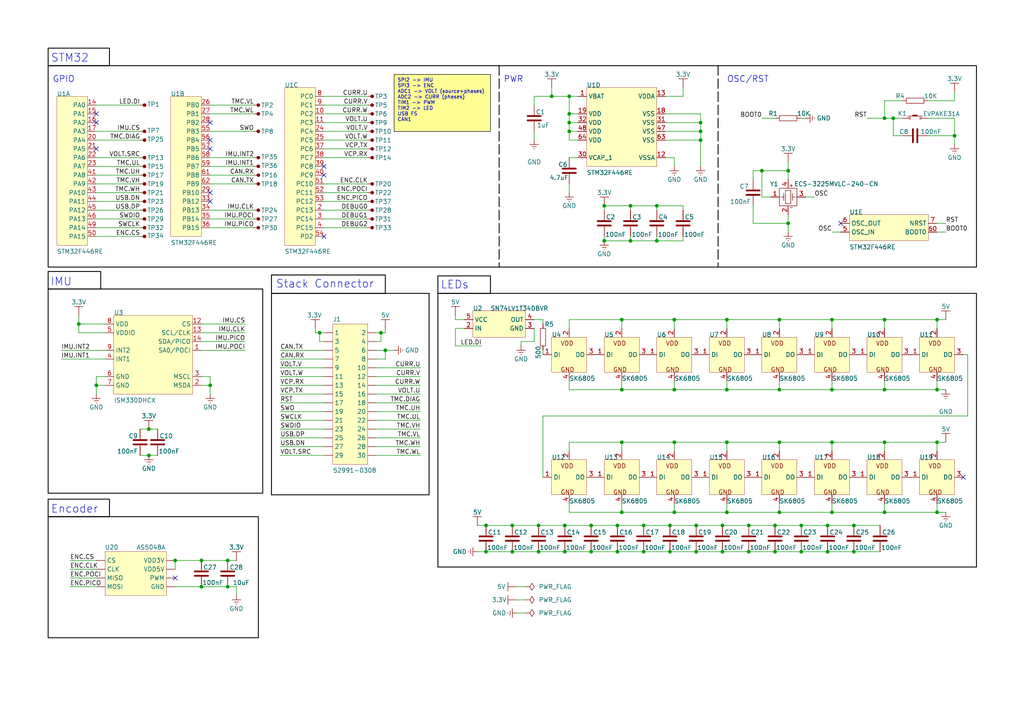
<source format=kicad_sch>
(kicad_sch (version 20250114) (generator "eeschema") (generator_version "9.0")
  (paper "A4")
  (title_block (title "BLDCM MCU") (date "2025-07-19") (rev "v1.0") (company "Breno Cunha Queiroz"))
  (rectangle (start 142.24 80.01) (end 127 85.09) (stroke (width 0.254) (color 0 0 0 1)))
  (rectangle (start 78.74 85.09) (end 124.46 143.51) (stroke (width 0.254) (color 0 0 0 1)))
  (rectangle (start 13.97 19.05) (end 283.21 77.47) (stroke (width 0.254) (color 0 0 0 1)))
  (rectangle (start 13.97 149.86) (end 74.93 184.9628) (stroke (width 0.254) (color 0 0 0 1)))
  (rectangle (start 127 85.09) (end 283.21 164.465) (stroke (width 0.254) (color 0 0 0 1)))
  (rectangle (start 13.97 78.74) (end 29.21 83.82) (stroke (width 0.254) (color 0 0 0 1)))
  (rectangle (start 78.74 79.756) (end 111.76 85.09) (stroke (width 0.254) (color 0 0 0 1)))
  (rectangle (start 31.75 13.97) (end 13.97 19.05) (stroke (width 0.254) (color 0 0 0 1)))
  (rectangle (start 31.75 144.78) (end 13.97 149.86) (stroke (width 0.254) (color 0 0 0 1)))
  (rectangle (start 13.97 83.82) (end 76.2 143.0528) (stroke (width 0.254) (color 0 0 0 1)))
  (text "STM32" (at 14.732 18.288 0) (effects (font (size 2.286 2.286)) (justify left bottom)))
  (text "IMU" (at 14.605 83.185 0) (effects (font (size 2.286 2.286)) (justify left bottom)))
  (text "LEDs" (at 127.762 84.074 0) (effects (font (size 2.286 2.286)) (justify left bottom)))
  (text "Stack Connector" (at 80.01 83.82 0) (effects (font (size 2.286 2.286)) (justify left bottom)))
  (text "Encoder" (at 14.732 149.098 0) (effects (font (size 2.286 2.286)) (justify left bottom)))
  (text "OSC/RST" (at 210.82 24.13 0) (effects (font (size 1.778 1.778)) (justify left bottom)))
  (text "GPIO" (at 15.24 24.13 0) (effects (font (size 1.778 1.778)) (justify left bottom)))
  (text "PWR" (at 146.05 24.13 0) (effects (font (size 1.778 1.778)) (justify left bottom)))
  (text_box "SPI2 -> IMU\nSPI3 -> ENC\nADC1 -> VOLT (source+phases)\nADC2 -> CURR (phases)\nTIM1 -> PWM\nTIM2 -> LED\nUSB FS\nCAN1" (at 114.3 21.59 0) (size 27.94 16.51) (margins 0.9525 0.9525 0.9525 0.9525) (stroke (width 0) (color 0 0 0 1)) (fill (type color) (color 255 255 150 1)) (effects (font (size 1.016 1.016)) (justify left top)))
  (junction (at 92.71 96.52))
  (junction (at 232.41 152.4))
  (junction (at 232.41 160.02))
  (junction (at 27.94 111.76))
  (junction (at 210.82 92.71))
  (junction (at 226.06 148.59))
  (junction (at 228.6 49.53))
  (junction (at 247.65 160.02))
  (junction (at 111.76 101.6))
  (junction (at 201.93 152.4))
  (junction (at 195.58 128.27))
  (junction (at 175.26 69.85))
  (junction (at 58.42 170.18))
  (junction (at 203.2 40.64))
  (junction (at 182.88 59.69))
  (junction (at 226.06 113.03))
  (junction (at 190.5 69.85))
  (junction (at 58.42 162.56))
  (junction (at 226.06 92.71))
  (junction (at 220.98 49.53))
  (junction (at 201.93 160.02))
  (junction (at 165.1 27.94))
  (junction (at 180.34 128.27))
  (junction (at 210.82 148.59))
  (junction (at 259.08 34.29))
  (junction (at 194.31 152.4))
  (junction (at 180.34 92.71))
  (junction (at 66.04 170.18))
  (junction (at 60.96 111.76))
  (junction (at 140.97 160.02))
  (junction (at 217.17 152.4))
  (junction (at 209.55 152.4))
  (junction (at 165.1 35.56))
  (junction (at 195.58 113.03))
  (junction (at 180.34 148.59))
  (junction (at 180.34 113.03))
  (junction (at 171.45 160.02))
  (junction (at 148.59 152.4))
  (junction (at 203.2 35.56))
  (junction (at 256.54 113.03))
  (junction (at 163.83 160.02))
  (junction (at 271.78 128.27))
  (junction (at 175.26 59.69))
  (junction (at 271.78 148.59))
  (junction (at 256.54 128.27))
  (junction (at 156.21 152.4))
  (junction (at 195.58 148.59))
  (junction (at 165.1 38.1))
  (junction (at 228.6 64.77))
  (junction (at 179.07 160.02))
  (junction (at 209.55 160.02))
  (junction (at 276.86 39.37))
  (junction (at 210.82 128.27))
  (junction (at 148.59 160.02))
  (junction (at 247.65 152.4))
  (junction (at 240.03 160.02))
  (junction (at 210.82 113.03))
  (junction (at 217.17 160.02))
  (junction (at 256.54 92.71))
  (junction (at 241.3 92.71))
  (junction (at 140.97 152.4))
  (junction (at 271.78 92.71))
  (junction (at 226.06 128.27))
  (junction (at 110.49 96.52))
  (junction (at 271.78 113.03))
  (junction (at 186.69 160.02))
  (junction (at 203.2 38.1))
  (junction (at 165.1 33.02))
  (junction (at 160.02 27.94))
  (junction (at 156.21 160.02))
  (junction (at 163.83 152.4))
  (junction (at 186.69 152.4))
  (junction (at 195.58 92.71))
  (junction (at 224.79 152.4))
  (junction (at 43.18 132.08))
  (junction (at 22.86 93.98))
  (junction (at 240.03 152.4))
  (junction (at 241.3 113.03))
  (junction (at 50.8 162.56))
  (junction (at 66.04 162.56))
  (junction (at 194.31 160.02))
  (junction (at 190.5 59.69))
  (junction (at 171.45 152.4))
  (junction (at 224.79 160.02))
  (junction (at 256.54 148.59))
  (junction (at 179.07 152.4))
  (junction (at 241.3 128.27))
  (junction (at 43.18 124.46))
  (junction (at 182.88 69.85))
  (junction (at 241.3 148.59))
  (junction (at 256.54 34.29))
  (no_connect (at 93.98 50.8))
  (no_connect (at 279.4 138.43))
  (no_connect (at 60.96 40.64))
  (no_connect (at 60.96 55.88))
  (no_connect (at 243.84 64.77))
  (no_connect (at 93.98 48.26))
  (no_connect (at 27.94 43.18))
  (no_connect (at 60.96 58.42))
  (no_connect (at 60.96 35.56))
  (no_connect (at 27.94 35.56))
  (no_connect (at 93.98 68.58))
  (no_connect (at 27.94 33.02))
  (no_connect (at 50.8 167.64))
  (no_connect (at 60.96 43.18))
  (wire (pts (xy 163.83 152.4) (xy 171.45 152.4)))
  (wire (pts (xy 93.98 121.92) (xy 81.28 121.92)))
  (wire (pts (xy 195.58 128.27) (xy 195.58 130.81)))
  (wire (pts (xy 171.45 152.4) (xy 179.07 152.4)))
  (wire (pts (xy 198.12 27.94) (xy 198.12 25.4)))
  (wire (pts (xy 111.76 101.6) (xy 114.3 101.6)))
  (wire (pts (xy 73.66 33.02) (xy 60.96 33.02)))
  (wire (pts (xy 171.45 160.02) (xy 179.07 160.02)))
  (wire (pts (xy 81.28 119.38) (xy 93.98 119.38)))
  (wire (pts (xy 157.48 138.43) (xy 157.48 120.65)))
  (wire (pts (xy 165.1 113.03) (xy 180.34 113.03)))
  (wire (pts (xy 209.55 160.02) (xy 217.17 160.02)))
  (wire (pts (xy 93.98 111.76) (xy 81.28 111.76)))
  (wire (pts (xy 259.08 34.29) (xy 261.62 34.29)))
  (wire (pts (xy 259.08 34.29) (xy 259.08 39.37)))
  (wire (pts (xy 50.8 162.56) (xy 58.42 162.56)))
  (wire (pts (xy 91.44 96.52) (xy 91.44 95.25)))
  (wire (pts (xy 226.06 128.27) (xy 226.06 130.81)))
  (wire (pts (xy 271.78 67.31) (xy 274.32 67.31)))
  (wire (pts (xy 165.1 92.71) (xy 180.34 92.71)))
  (wire (pts (xy 241.3 148.59) (xy 241.3 146.05)))
  (wire (pts (xy 165.1 130.81) (xy 165.1 128.27)))
  (wire (pts (xy 276.86 26.67) (xy 276.86 29.21)))
  (wire (pts (xy 40.64 124.46) (xy 43.18 124.46)))
  (wire (pts (xy 111.76 101.6) (xy 109.22 101.6)))
  (wire (pts (xy 60.96 45.72) (xy 73.66 45.72)))
  (wire (pts (xy 182.88 59.69) (xy 175.26 59.69)))
  (wire (pts (xy 210.82 92.71) (xy 226.06 92.71)))
  (wire (pts (xy 193.04 45.72) (xy 195.58 45.72)))
  (wire (pts (xy 256.54 92.71) (xy 256.54 95.25)))
  (wire (pts (xy 66.04 162.56) (xy 68.58 162.56)))
  (wire (pts (xy 58.42 99.06) (xy 71.12 99.06)))
  (wire (pts (xy 156.21 160.02) (xy 163.83 160.02)))
  (wire (pts (xy 256.54 128.27) (xy 271.78 128.27)))
  (wire (pts (xy 165.1 38.1) (xy 165.1 35.56)))
  (wire (pts (xy 60.96 30.48) (xy 73.66 30.48)))
  (wire (pts (xy 27.94 60.96) (xy 40.64 60.96)))
  (wire (pts (xy 280.67 102.87) (xy 279.4 102.87)))
  (wire (pts (xy 210.82 148.59) (xy 210.82 146.05)))
  (wire (pts (xy 195.58 45.72) (xy 195.58 48.26)))
  (wire (pts (xy 193.04 33.02) (xy 203.2 33.02)))
  (wire (pts (xy 92.71 96.52) (xy 92.71 99.06)))
  (wire (pts (xy 40.64 55.88) (xy 27.94 55.88)))
  (wire (pts (xy 209.55 152.4) (xy 217.17 152.4)))
  (wire (pts (xy 22.86 96.52) (xy 30.48 96.52)))
  (wire (pts (xy 210.82 113.03) (xy 226.06 113.03)))
  (wire (pts (xy 251.46 34.29) (xy 256.54 34.29)))
  (wire (pts (xy 60.96 63.5) (xy 73.66 63.5)))
  (wire (pts (xy 182.88 59.69) (xy 190.5 59.69)))
  (wire (pts (xy 167.64 38.1) (xy 165.1 38.1)))
  (wire (pts (xy 195.58 113.03) (xy 195.58 110.49)))
  (wire (pts (xy 226.06 148.59) (xy 226.06 146.05)))
  (wire (pts (xy 93.98 132.08) (xy 81.28 132.08)))
  (wire (pts (xy 157.48 120.65) (xy 280.67 120.65)))
  (wire (pts (xy 93.98 60.96) (xy 106.68 60.96)))
  (wire (pts (xy 60.96 38.1) (xy 73.66 38.1)))
  (wire (pts (xy 195.58 148.59) (xy 210.82 148.59)))
  (wire (pts (xy 165.1 40.64) (xy 165.1 38.1)))
  (wire (pts (xy 175.26 59.69) (xy 175.26 60.96)))
  (wire (pts (xy 134.62 92.71) (xy 132.08 92.71)))
  (wire (pts (xy 182.88 69.85) (xy 190.5 69.85)))
  (wire (pts (xy 203.2 33.02) (xy 203.2 35.56)))
  (wire (pts (xy 180.34 113.03) (xy 195.58 113.03)))
  (wire (pts (xy 280.67 120.65) (xy 280.67 102.87)))
  (wire (pts (xy 27.94 111.76) (xy 30.48 111.76)))
  (wire (pts (xy 27.94 63.5) (xy 40.64 63.5)))
  (wire (pts (xy 186.69 160.02) (xy 194.31 160.02)))
  (wire (pts (xy 58.42 170.18) (xy 66.04 170.18)))
  (wire (pts (xy 93.98 127) (xy 81.28 127)))
  (wire (pts (xy 154.94 92.71) (xy 157.48 92.71)))
  (wire (pts (xy 148.59 160.02) (xy 156.21 160.02)))
  (wire (pts (xy 138.43 152.4) (xy 140.97 152.4)))
  (wire (pts (xy 60.96 111.76) (xy 60.96 109.22)))
  (wire (pts (xy 256.54 148.59) (xy 256.54 146.05)))
  (wire (pts (xy 30.48 93.98) (xy 22.86 93.98)))
  (wire (pts (xy 220.98 57.15) (xy 223.52 57.15)))
  (wire (pts (xy 180.34 148.59) (xy 180.34 146.05)))
  (wire (pts (xy 121.92 121.92) (xy 109.22 121.92)))
  (wire (pts (xy 40.64 132.08) (xy 43.18 132.08)))
  (wire (pts (xy 165.1 110.49) (xy 165.1 113.03)))
  (wire (pts (xy 81.28 114.3) (xy 93.98 114.3)))
  (wire (pts (xy 198.12 69.85) (xy 190.5 69.85)))
  (wire (pts (xy 160.02 27.94) (xy 154.94 27.94)))
  (wire (pts (xy 240.03 160.02) (xy 247.65 160.02)))
  (wire (pts (xy 93.98 53.34) (xy 106.68 53.34)))
  (wire (pts (xy 109.22 99.06) (xy 110.49 99.06)))
  (wire (pts (xy 201.93 160.02) (xy 209.55 160.02)))
  (wire (pts (xy 132.08 95.25) (xy 132.08 100.33)))
  (wire (pts (xy 228.6 46.99) (xy 228.6 49.53)))
  (wire (pts (xy 224.79 160.02) (xy 232.41 160.02)))
  (wire (pts (xy 167.64 45.72) (xy 165.1 45.72)))
  (wire (pts (xy 228.6 64.77) (xy 228.6 67.31)))
  (wire (pts (xy 58.42 162.56) (xy 66.04 162.56)))
  (wire (pts (xy 60.96 53.34) (xy 73.66 53.34)))
  (wire (pts (xy 180.34 92.71) (xy 195.58 92.71)))
  (wire (pts (xy 203.2 35.56) (xy 203.2 38.1)))
  (wire (pts (xy 93.98 38.1) (xy 106.68 38.1)))
  (wire (pts (xy 109.22 106.68) (xy 121.92 106.68)))
  (wire (pts (xy 276.86 39.37) (xy 276.86 41.91)))
  (wire (pts (xy 81.28 101.6) (xy 93.98 101.6)))
  (wire (pts (xy 165.1 33.02) (xy 165.1 27.94)))
  (wire (pts (xy 20.32 165.1) (xy 27.94 165.1)))
  (wire (pts (xy 182.88 68.58) (xy 182.88 69.85)))
  (wire (pts (xy 27.94 40.64) (xy 40.64 40.64)))
  (wire (pts (xy 30.48 101.6) (xy 17.78 101.6)))
  (wire (pts (xy 27.94 50.8) (xy 40.64 50.8)))
  (wire (pts (xy 195.58 92.71) (xy 195.58 95.25)))
  (wire (pts (xy 269.24 34.29) (xy 276.86 34.29)))
  (wire (pts (xy 60.96 111.76) (xy 60.96 114.3)))
  (wire (pts (xy 180.34 128.27) (xy 180.34 130.81)))
  (wire (pts (xy 132.08 100.33) (xy 139.7 100.33)))
  (wire (pts (xy 160.02 25.4) (xy 160.02 27.94)))
  (wire (pts (xy 27.94 111.76) (xy 27.94 114.3)))
  (wire (pts (xy 198.12 68.58) (xy 198.12 69.85)))
  (wire (pts (xy 111.76 104.14) (xy 111.76 101.6)))
  (wire (pts (xy 154.94 99.06) (xy 154.94 95.25)))
  (wire (pts (xy 106.68 33.02) (xy 93.98 33.02)))
  (wire (pts (xy 180.34 128.27) (xy 195.58 128.27)))
  (wire (pts (xy 241.3 148.59) (xy 256.54 148.59)))
  (wire (pts (xy 203.2 40.64) (xy 203.2 48.26)))
  (wire (pts (xy 271.78 148.59) (xy 271.78 146.05)))
  (wire (pts (xy 165.1 55.88) (xy 165.1 53.34)))
  (wire (pts (xy 93.98 30.48) (xy 106.68 30.48)))
  (wire (pts (xy 58.42 93.98) (xy 71.12 93.98)))
  (wire (pts (xy 194.31 152.4) (xy 201.93 152.4)))
  (wire (pts (xy 93.98 55.88) (xy 106.68 55.88)))
  (wire (pts (xy 121.92 132.08) (xy 109.22 132.08)))
  (wire (pts (xy 220.98 34.29) (xy 224.79 34.29)))
  (wire (pts (xy 109.22 124.46) (xy 121.92 124.46)))
  (wire (pts (xy 271.78 128.27) (xy 274.32 128.27)))
  (wire (pts (xy 167.64 35.56) (xy 165.1 35.56)))
  (wire (pts (xy 27.94 68.58) (xy 40.64 68.58)))
  (wire (pts (xy 110.49 96.52) (xy 109.22 96.52)))
  (wire (pts (xy 154.94 27.94) (xy 154.94 30.48)))
  (wire (pts (xy 27.94 45.72) (xy 40.64 45.72)))
  (wire (pts (xy 256.54 148.59) (xy 271.78 148.59)))
  (wire (pts (xy 60.96 109.22) (xy 58.42 109.22)))
  (polyline (pts (xy 208.28 19.05) (xy 208.28 77.47)) (stroke (width 0.254) (type dash) (color 0 0 0 1)))
  (wire (pts (xy 228.6 62.23) (xy 228.6 64.77)))
  (wire (pts (xy 228.6 52.07) (xy 228.6 49.53)))
  (wire (pts (xy 194.31 160.02) (xy 201.93 160.02)))
  (wire (pts (xy 179.07 160.02) (xy 186.69 160.02)))
  (wire (pts (xy 193.04 35.56) (xy 203.2 35.56)))
  (wire (pts (xy 43.18 132.08) (xy 45.72 132.08)))
  (wire (pts (xy 190.5 60.96) (xy 190.5 59.69)))
  (wire (pts (xy 93.98 45.72) (xy 106.68 45.72)))
  (wire (pts (xy 111.76 96.52) (xy 110.49 96.52)))
  (wire (pts (xy 165.1 146.05) (xy 165.1 148.59)))
  (wire (pts (xy 121.92 109.22) (xy 109.22 109.22)))
  (wire (pts (xy 271.78 92.71) (xy 271.78 95.25)))
  (wire (pts (xy 195.58 92.71) (xy 210.82 92.71)))
  (wire (pts (xy 68.58 170.18) (xy 68.58 172.72)))
  (wire (pts (xy 92.71 96.52) (xy 93.98 96.52)))
  (wire (pts (xy 27.94 66.04) (xy 40.64 66.04)))
  (wire (pts (xy 193.04 40.64) (xy 203.2 40.64)))
  (wire (pts (xy 165.1 27.94) (xy 167.64 27.94)))
  (wire (pts (xy 106.68 63.5) (xy 93.98 63.5)))
  (wire (pts (xy 109.22 116.84) (xy 121.92 116.84)))
  (wire (pts (xy 17.78 104.14) (xy 30.48 104.14)))
  (wire (pts (xy 228.6 64.77) (xy 218.44 64.77)))
  (wire (pts (xy 232.41 152.4) (xy 240.03 152.4)))
  (wire (pts (xy 232.41 160.02) (xy 240.03 160.02)))
  (wire (pts (xy 91.44 96.52) (xy 92.71 96.52)))
  (wire (pts (xy 269.24 29.21) (xy 276.86 29.21)))
  (wire (pts (xy 81.28 106.68) (xy 93.98 106.68)))
  (wire (pts (xy 43.18 124.46) (xy 45.72 124.46)))
  (wire (pts (xy 256.54 113.03) (xy 271.78 113.03)))
  (wire (pts (xy 151.13 99.06) (xy 154.94 99.06)))
  (wire (pts (xy 20.32 167.64) (xy 27.94 167.64)))
  (wire (pts (xy 165.1 27.94) (xy 160.02 27.94)))
  (wire (pts (xy 186.69 152.4) (xy 194.31 152.4)))
  (wire (pts (xy 149.86 177.8) (xy 152.4 177.8)))
  (wire (pts (xy 241.3 92.71) (xy 256.54 92.71)))
  (wire (pts (xy 220.98 49.53) (xy 220.98 57.15)))
  (wire (pts (xy 30.48 109.22) (xy 27.94 109.22)))
  (wire (pts (xy 93.98 104.14) (xy 81.28 104.14)))
  (wire (pts (xy 106.68 40.64) (xy 93.98 40.64)))
  (wire (pts (xy 109.22 114.3) (xy 121.92 114.3)))
  (wire (pts (xy 27.94 109.22) (xy 27.94 111.76)))
  (wire (pts (xy 27.94 53.34) (xy 40.64 53.34)))
  (wire (pts (xy 58.42 101.6) (xy 71.12 101.6)))
  (wire (pts (xy 149.86 173.99) (xy 152.4 173.99)))
  (polyline (pts (xy 144.78 19.05) (xy 144.78 77.47)) (stroke (width 0.254) (type dash) (color 0 0 0 1)))
  (wire (pts (xy 226.06 92.71) (xy 241.3 92.71)))
  (wire (pts (xy 175.26 69.85) (xy 175.26 68.58)))
  (wire (pts (xy 134.62 95.25) (xy 132.08 95.25)))
  (wire (pts (xy 241.3 92.71) (xy 241.3 95.25)))
  (wire (pts (xy 226.06 92.71) (xy 226.06 95.25)))
  (wire (pts (xy 106.68 27.94) (xy 93.98 27.94)))
  (wire (pts (xy 165.1 128.27) (xy 180.34 128.27)))
  (wire (pts (xy 247.65 152.4) (xy 255.27 152.4)))
  (wire (pts (xy 93.98 116.84) (xy 81.28 116.84)))
  (wire (pts (xy 165.1 35.56) (xy 165.1 33.02)))
  (wire (pts (xy 217.17 160.02) (xy 224.79 160.02)))
  (wire (pts (xy 154.94 40.64) (xy 154.94 38.1)))
  (wire (pts (xy 210.82 128.27) (xy 210.82 130.81)))
  (wire (pts (xy 58.42 96.52) (xy 71.12 96.52)))
  (wire (pts (xy 179.07 152.4) (xy 186.69 152.4)))
  (wire (pts (xy 218.44 49.53) (xy 218.44 52.07)))
  (wire (pts (xy 217.17 152.4) (xy 224.79 152.4)))
  (wire (pts (xy 148.59 152.4) (xy 156.21 152.4)))
  (wire (pts (xy 110.49 96.52) (xy 110.49 99.06)))
  (wire (pts (xy 233.68 57.15) (xy 236.22 57.15)))
  (wire (pts (xy 226.06 113.03) (xy 241.3 113.03)))
  (wire (pts (xy 269.24 39.37) (xy 276.86 39.37)))
  (wire (pts (xy 226.06 148.59) (xy 241.3 148.59)))
  (wire (pts (xy 241.3 67.31) (xy 243.84 67.31)))
  (wire (pts (xy 241.3 128.27) (xy 241.3 130.81)))
  (wire (pts (xy 20.32 162.56) (xy 27.94 162.56)))
  (wire (pts (xy 271.78 64.77) (xy 274.32 64.77)))
  (wire (pts (xy 218.44 64.77) (xy 218.44 59.69)))
  (wire (pts (xy 157.48 92.71) (xy 157.48 93.98)))
  (wire (pts (xy 271.78 148.59) (xy 274.32 148.59)))
  (wire (pts (xy 241.3 113.03) (xy 241.3 110.49)))
  (wire (pts (xy 271.78 113.03) (xy 271.78 110.49)))
  (wire (pts (xy 106.68 43.18) (xy 93.98 43.18)))
  (wire (pts (xy 195.58 128.27) (xy 210.82 128.27)))
  (wire (pts (xy 27.94 58.42) (xy 40.64 58.42)))
  (wire (pts (xy 228.6 49.53) (xy 220.98 49.53)))
  (wire (pts (xy 259.08 39.37) (xy 261.62 39.37)))
  (wire (pts (xy 106.68 35.56) (xy 93.98 35.56)))
  (wire (pts (xy 193.04 38.1) (xy 203.2 38.1)))
  (wire (pts (xy 92.71 99.06) (xy 93.98 99.06)))
  (wire (pts (xy 20.32 170.18) (xy 27.94 170.18)))
  (wire (pts (xy 73.66 50.8) (xy 60.96 50.8)))
  (wire (pts (xy 109.22 111.76) (xy 121.92 111.76)))
  (wire (pts (xy 50.8 162.56) (xy 50.8 165.1)))
  (wire (pts (xy 156.21 152.4) (xy 163.83 152.4)))
  (wire (pts (xy 190.5 69.85) (xy 190.5 68.58)))
  (wire (pts (xy 203.2 38.1) (xy 203.2 40.64)))
  (wire (pts (xy 167.64 40.64) (xy 165.1 40.64)))
  (wire (pts (xy 140.97 152.4) (xy 148.59 152.4)))
  (wire (pts (xy 261.62 29.21) (xy 256.54 29.21)))
  (wire (pts (xy 165.1 95.25) (xy 165.1 92.71)))
  (wire (pts (xy 210.82 148.59) (xy 226.06 148.59)))
  (wire (pts (xy 224.79 152.4) (xy 232.41 152.4)))
  (wire (pts (xy 240.03 152.4) (xy 247.65 152.4)))
  (wire (pts (xy 195.58 113.03) (xy 210.82 113.03)))
  (wire (pts (xy 256.54 113.03) (xy 256.54 110.49)))
  (wire (pts (xy 157.48 101.6) (xy 157.48 102.87)))
  (wire (pts (xy 81.28 124.46) (xy 93.98 124.46)))
  (wire (pts (xy 180.34 92.71) (xy 180.34 95.25)))
  (wire (pts (xy 226.06 113.03) (xy 226.06 110.49)))
  (wire (pts (xy 121.92 127) (xy 109.22 127)))
  (wire (pts (xy 81.28 129.54) (xy 93.98 129.54)))
  (wire (pts (xy 50.8 170.18) (xy 58.42 170.18)))
  (wire (pts (xy 109.22 104.14) (xy 111.76 104.14)))
  (wire (pts (xy 193.04 27.94) (xy 198.12 27.94)))
  (wire (pts (xy 66.04 170.18) (xy 68.58 170.18)))
  (wire (pts (xy 40.64 48.26) (xy 27.94 48.26)))
  (wire (pts (xy 210.82 113.03) (xy 210.82 110.49)))
  (wire (pts (xy 73.66 48.26) (xy 60.96 48.26)))
  (wire (pts (xy 226.06 128.27) (xy 241.3 128.27)))
  (wire (pts (xy 210.82 128.27) (xy 226.06 128.27)))
  (wire (pts (xy 149.86 170.18) (xy 152.4 170.18)))
  (wire (pts (xy 60.96 60.96) (xy 73.66 60.96)))
  (wire (pts (xy 140.97 160.02) (xy 148.59 160.02)))
  (wire (pts (xy 241.3 113.03) (xy 256.54 113.03)))
  (wire (pts (xy 132.08 92.71) (xy 132.08 91.44)))
  (wire (pts (xy 232.41 34.29) (xy 233.68 34.29)))
  (wire (pts (xy 198.12 60.96) (xy 198.12 59.69)))
  (wire (pts (xy 276.86 34.29) (xy 276.86 39.37)))
  (wire (pts (xy 60.96 66.04) (xy 73.66 66.04)))
  (wire (pts (xy 271.78 113.03) (xy 274.32 113.03)))
  (wire (pts (xy 109.22 129.54) (xy 121.92 129.54)))
  (wire (pts (xy 167.64 33.02) (xy 165.1 33.02)))
  (wire (pts (xy 93.98 66.04) (xy 106.68 66.04)))
  (wire (pts (xy 182.88 60.96) (xy 182.88 59.69)))
  (wire (pts (xy 241.3 128.27) (xy 256.54 128.27)))
  (wire (pts (xy 220.98 49.53) (xy 218.44 49.53)))
  (wire (pts (xy 180.34 113.03) (xy 180.34 110.49)))
  (wire (pts (xy 93.98 58.42) (xy 106.68 58.42)))
  (wire (pts (xy 27.94 30.48) (xy 40.64 30.48)))
  (wire (pts (xy 138.43 160.02) (xy 140.97 160.02)))
  (wire (pts (xy 247.65 160.02) (xy 255.27 160.02)))
  (wire (pts (xy 271.78 92.71) (xy 274.32 92.71)))
  (wire (pts (xy 271.78 128.27) (xy 271.78 130.81)))
  (wire (pts (xy 195.58 148.59) (xy 195.58 146.05)))
  (wire (pts (xy 256.54 92.71) (xy 271.78 92.71)))
  (wire (pts (xy 165.1 148.59) (xy 180.34 148.59)))
  (wire (pts (xy 256.54 34.29) (xy 259.08 34.29)))
  (wire (pts (xy 163.83 160.02) (xy 171.45 160.02)))
  (wire (pts (xy 175.26 69.85) (xy 182.88 69.85)))
  (wire (pts (xy 111.76 96.52) (xy 111.76 95.25)))
  (wire (pts (xy 256.54 29.21) (xy 256.54 34.29)))
  (wire (pts (xy 22.86 91.44) (xy 22.86 93.98)))
  (wire (pts (xy 151.13 99.06) (xy 151.13 100.33)))
  (wire (pts (xy 22.86 93.98) (xy 22.86 96.52)))
  (wire (pts (xy 198.12 59.69) (xy 190.5 59.69)))
  (wire (pts (xy 109.22 119.38) (xy 121.92 119.38)))
  (wire (pts (xy 210.82 92.71) (xy 210.82 95.25)))
  (wire (pts (xy 58.42 111.76) (xy 60.96 111.76)))
  (wire (pts (xy 201.93 152.4) (xy 209.55 152.4)))
  (wire (pts (xy 81.28 109.22) (xy 93.98 109.22)))
  (wire (pts (xy 27.94 38.1) (xy 40.64 38.1)))
  (wire (pts (xy 256.54 128.27) (xy 256.54 130.81)))
  (wire (pts (xy 180.34 148.59) (xy 195.58 148.59)))
  (label "ENC.CS" (at 20.32 162.56 0))
  (label "IMU.INT1" (at 17.78 104.14 0))
  (label "BOOT0" (at 220.98 34.29 180))
  (label "USB.DP" (at 40.64 60.96 180))
  (label "BOOT0" (at 274.32 67.31 0))
  (label "CURR.U" (at 106.68 27.94 180))
  (label "ENC.PICO" (at 106.68 58.42 180))
  (label "TMC.VH" (at 40.64 53.34 180))
  (label "CURR.U" (at 121.92 106.68 180))
  (label "CAN.RX" (at 81.28 104.14 0))
  (label "RST" (at 81.28 116.84 0))
  (label "SWO" (at 81.28 119.38 0))
  (label "ENC.POCI" (at 106.68 55.88 180))
  (label "LED.DI" (at 139.7 100.33 180))
  (label "CAN.RX" (at 73.66 50.8 180))
  (label "TMC.VL" (at 73.66 30.48 180))
  (label "IMU.PICO" (at 73.66 66.04 180))
  (label "CAN.TX" (at 81.28 101.6 0))
  (label "SWCLK" (at 81.28 121.92 0))
  (label "TMC.UH" (at 40.64 50.8 180))
  (label "VCP.TX" (at 106.68 43.18 180))
  (label "IMU.CLK" (at 71.12 96.52 180))
  (label "TMC.VL" (at 121.92 127 180))
  (label "TMC.VH" (at 121.92 124.46 180))
  (label "SWDIO" (at 40.64 63.5 180))
  (label "VOLT.V" (at 106.68 38.1 180))
  (label "SWO" (at 73.66 38.1 180))
  (label "IMU.POCI" (at 71.12 101.6 180))
  (label "IMU.PICO" (at 71.12 99.06 180))
  (label "TMC.WL" (at 73.66 33.02 180))
  (label "VOLT.W" (at 81.28 109.22 0))
  (label "TMC.UL" (at 40.64 48.26 180))
  (label "CURR.W" (at 106.68 33.02 180))
  (label "IMU.INT1" (at 73.66 48.26 180))
  (label "ENC.CLK" (at 20.32 165.1 0))
  (label "USB.DN" (at 81.28 129.54 0))
  (label "ENC.PICO" (at 20.32 170.18 0))
  (label "RST" (at 274.32 64.77 0))
  (label "IMU.INT2" (at 17.78 101.6 0))
  (label "VOLT.W" (at 106.68 40.64 180))
  (label "IMU.CS" (at 40.64 38.1 180))
  (label "TMC.WH" (at 40.64 55.88 180))
  (label "SWDIO" (at 81.28 124.46 0))
  (label "VCP.RX" (at 81.28 111.76 0))
  (label "CURR.V" (at 106.68 30.48 180))
  (label "OSC" (at 236.22 57.15 0))
  (label "LED.DI" (at 40.64 30.48 180))
  (label "IMU.POCI" (at 73.66 63.5 180))
  (label "TMC.UH" (at 121.92 119.38 180))
  (label "VOLT.SRC" (at 40.64 45.72 180))
  (label "SWCLK" (at 40.64 66.04 180))
  (label "VOLT.V" (at 81.28 106.68 0))
  (label "IMU.CS" (at 71.12 93.98 180))
  (label "VCP.TX" (at 81.28 114.3 0))
  (label "TMC.DIAG" (at 121.92 116.84 180))
  (label "TMC.DIAG" (at 40.64 40.64 180))
  (label "DEBUG0" (at 106.68 60.96 180))
  (label "TMC.UL" (at 121.92 121.92 180))
  (label "CURR.W" (at 121.92 111.76 180))
  (label "OSC" (at 241.3 67.31 180))
  (label "RST" (at 251.46 34.29 180))
  (label "VOLT.U" (at 121.92 114.3 180))
  (label "ENC.POCI" (at 20.32 167.64 0))
  (label "VOLT.SRC" (at 81.28 132.08 0))
  (label "DEBUG2" (at 106.68 66.04 180))
  (label "TMC.WL" (at 121.92 132.08 180))
  (label "USB.DP" (at 81.28 127 0))
  (label "USB.DN" (at 40.64 58.42 180))
  (label "ENC.CLK" (at 106.68 53.34 180))
  (label "VOLT.U" (at 106.68 35.56 180))
  (label "DEBUG1" (at 106.68 63.5 180))
  (label "IMU.INT2" (at 73.66 45.72 180))
  (label "CAN.TX" (at 73.66 53.34 180))
  (label "ENC.CS" (at 40.64 68.58 180))
  (label "IMU.CLK" (at 73.66 60.96 180))
  (label "CURR.V" (at 121.92 109.22 180))
  (label "VCP.RX" (at 106.68 45.72 180))
  (label "TMC.WH" (at 121.92 129.54 180))
  (symbol (lib_id "BrenoCQ:STM32F446RE") (at 20.32 50.8 0) (unit 1)
    (property "Reference" "U1" (at 16.51 27.94 0) (effects (justify left bottom)))
    (property "Value" "STM32F446RE" (at 16.51 73.66 0) (effects (justify left bottom)))
    (property "Footprint" "BrenoCQ:LQFP64" (effects (hide yes)))
    (property "Datasheet" "https://www.st.com/resource/en/datasheet/stm32f446re.pdf" (effects (hide yes)))
    (property "Description" "STM32F446RE" (effects (hide yes)))
  )
  (symbol (lib_id "BrenoCQ:TP") (at 106.68 30.48 0) (unit 0)
    (property "Reference" "TP5" (at 108.712 31.242 0) (effects (justify left bottom)))
    (property "Value" "Test point 0.5mm" (effects (hide yes)))
    (property "Footprint" "BrenoCQ:TP_0.5mm" (effects (hide yes)))
    (property "Description" "Test point" (effects (hide yes)))
  )
  (symbol (lib_id "BrenoCQ:TP") (at 40.64 68.58 0) (unit 0)
    (property "Reference" "TP34" (at 42.672 69.088 0) (effects (justify left bottom)))
    (property "Value" "Test point 0.5mm" (effects (hide yes)))
    (property "Footprint" "BrenoCQ:TP_0.5mm" (effects (hide yes)))
    (property "Description" "Test point" (effects (hide yes)))
  )
  (symbol (lib_id "BrenoCQ:TP") (at 73.66 63.5 0) (unit 0)
    (property "Reference" "TP27" (at 75.692 64.262 0) (effects (justify left bottom)))
    (property "Value" "Test point 0.5mm" (effects (hide yes)))
    (property "Footprint" "BrenoCQ:TP_0.5mm" (effects (hide yes)))
    (property "Description" "Test point" (effects (hide yes)))
  )
  (symbol (lib_id "BrenoCQ:C") (at 201.93 156.21 90) (unit 1)
    (property "Reference" "C19" (at 206.375 153.67 90) (effects (justify left bottom)))
    (property "Value" "100nF" (at 208.28 158.115 90) (effects (justify left bottom)))
    (property "Footprint" "BrenoCQ:C_0402" (effects (hide yes)))
    (property "Description" "Unpolarized capacitor" (effects (hide yes)))
  )
  (symbol (lib_id "BrenoCQ:TP") (at 106.68 27.94 0) (unit 0)
    (property "Reference" "TP3" (at 108.712 28.702 0) (effects (justify left bottom)))
    (property "Value" "Test point 0.5mm" (effects (hide yes)))
    (property "Footprint" "BrenoCQ:TP_0.5mm" (effects (hide yes)))
    (property "Description" "Test point" (effects (hide yes)))
  )
  (symbol (lib_id "BrenoCQ:LED_SK6805-EC15") (at 241.3 105.41 0) (unit 0)
    (property "Reference" "U9" (at 236.22 97.79 0) (effects (justify left bottom)))
    (property "Value" "SK6805" (at 241.3 110.49 0) (effects (justify left bottom)))
    (property "Footprint" "BrenoCQ:LED-1515" (effects (hide yes)))
    (property "Datasheet" "https://cdn-shop.adafruit.com/product-files/4492/Datasheet.pdf" (effects (hide yes)))
    (property "Description" "Led RGB Adressable 1.5x1.5x0.65mm" (effects (hide yes)))
  )
  (symbol (lib_id "BrenoCQ:TP") (at 40.64 50.8 0) (unit 0)
    (property "Reference" "TP17" (at 42.672 51.562 0) (effects (justify left bottom)))
    (property "Value" "Test point 0.5mm" (effects (hide yes)))
    (property "Footprint" "BrenoCQ:TP_0.5mm" (effects (hide yes)))
    (property "Description" "Test point" (effects (hide yes)))
  )
  (symbol (lib_id "BrenoCQ:GND") (at 149.86 177.8 270) (unit 1)
    (property "Reference" "#PWR0133" (effects (hide yes)))
    (property "Value" "GND" (at 144.78 177.8 90))
    (property "Description" "Ground power symbol" (effects (hide yes)))
  )
  (symbol (lib_id "BrenoCQ:LED_SK6805-EC15") (at 256.54 105.41 0) (unit 0)
    (property "Reference" "U10" (at 251.46 97.79 0) (effects (justify left bottom)))
    (property "Value" "SK6805" (at 256.54 110.49 0) (effects (justify left bottom)))
    (property "Footprint" "BrenoCQ:LED-1515" (effects (hide yes)))
    (property "Datasheet" "https://cdn-shop.adafruit.com/product-files/4492/Datasheet.pdf" (effects (hide yes)))
    (property "Description" "Led RGB Adressable 1.5x1.5x0.65mm" (effects (hide yes)))
  )
  (symbol (lib_id "BrenoCQ:LED_SK6805-EC15") (at 195.58 105.41 0) (unit 0)
    (property "Reference" "U6" (at 190.5 97.79 0) (effects (justify left bottom)))
    (property "Value" "SK6805" (at 195.58 110.49 0) (effects (justify left bottom)))
    (property "Footprint" "BrenoCQ:LED-1515" (effects (hide yes)))
    (property "Datasheet" "https://cdn-shop.adafruit.com/product-files/4492/Datasheet.pdf" (effects (hide yes)))
    (property "Description" "Led RGB Adressable 1.5x1.5x0.65mm" (effects (hide yes)))
  )
  (symbol (lib_id "BrenoCQ:TP") (at 40.64 55.88 0) (unit 0)
    (property "Reference" "TP21" (at 42.672 56.642 0) (effects (justify left bottom)))
    (property "Value" "Test point 0.5mm" (effects (hide yes)))
    (property "Footprint" "BrenoCQ:TP_0.5mm" (effects (hide yes)))
    (property "Description" "Test point" (effects (hide yes)))
  )
  (symbol (lib_id "BrenoCQ:TP") (at 40.64 48.26 0) (unit 0)
    (property "Reference" "TP15" (at 42.672 49.022 0) (effects (justify left bottom)))
    (property "Value" "Test point 0.5mm" (effects (hide yes)))
    (property "Footprint" "BrenoCQ:TP_0.5mm" (effects (hide yes)))
    (property "Description" "Test point" (effects (hide yes)))
  )
  (symbol (lib_id "BrenoCQ:VDD") (at 274.32 128.27 0) (unit 1)
    (property "Reference" "#PWR0121" (effects (hide yes)))
    (property "Value" "5V" (at 274.32 124.46 0))
    (property "Description" "Source power symbol" (effects (hide yes)))
  )
  (symbol (lib_id "BrenoCQ:C") (at 218.44 55.88 90) (unit 1)
    (property "Reference" "C7" (at 217.17 53.34 90) (effects (justify left bottom)))
    (property "Value" "100nF" (at 217.805 57.785 90) (effects (justify left bottom)))
    (property "Footprint" "BrenoCQ:C_0402" (effects (hide yes)))
    (property "Description" "Unpolarized capacitor" (effects (hide yes)))
  )
  (symbol (lib_id "BrenoCQ:C") (at 209.55 156.21 90) (unit 1)
    (property "Reference" "C20" (at 213.995 153.67 90) (effects (justify left bottom)))
    (property "Value" "100nF" (at 215.9 158.115 90) (effects (justify left bottom)))
    (property "Footprint" "BrenoCQ:C_0402" (effects (hide yes)))
    (property "Description" "Unpolarized capacitor" (effects (hide yes)))
  )
  (symbol (lib_id "power:PWR_FLAG") (at 152.4 170.18 270) (unit 1)
    (property "Reference" "#FLG01" (effects (hide yes)))
    (property "Value" "PWR_FLAG" (at 156.21 170.1799 90) (effects (justify left)))
    (property "Description" "Special symbol for telling ERC where power comes from" (effects (hide yes)))
  )
  (symbol (lib_id "BrenoCQ:LED_SK6805-EC15") (at 195.58 140.97 0) (unit 0)
    (property "Reference" "U14" (at 190.5 133.35 0) (effects (justify left bottom)))
    (property "Value" "SK6805" (at 195.58 146.05 0) (effects (justify left bottom)))
    (property "Footprint" "BrenoCQ:LED-1515" (effects (hide yes)))
    (property "Datasheet" "https://cdn-shop.adafruit.com/product-files/4492/Datasheet.pdf" (effects (hide yes)))
    (property "Description" "Led RGB Adressable 1.5x1.5x0.65mm" (effects (hide yes)))
  )
  (symbol (lib_id "power:PWR_FLAG") (at 152.4 173.99 270) (unit 1)
    (property "Reference" "#FLG02" (effects (hide yes)))
    (property "Value" "PWR_FLAG" (at 156.21 173.9899 90) (effects (justify left)))
    (property "Description" "Special symbol for telling ERC where power comes from" (effects (hide yes)))
  )
  (symbol (lib_id "BrenoCQ:TP") (at 106.68 35.56 0) (unit 0)
    (property "Reference" "TP9" (at 108.712 36.322 0) (effects (justify left bottom)))
    (property "Value" "Test point 0.5mm" (effects (hide yes)))
    (property "Footprint" "BrenoCQ:TP_0.5mm" (effects (hide yes)))
    (property "Description" "Test point" (effects (hide yes)))
  )
  (symbol (lib_id "BrenoCQ:TP") (at 73.66 50.8 0) (unit 0)
    (property "Reference" "TP16" (at 75.692 51.562 0) (effects (justify left bottom)))
    (property "Value" "Test point 0.5mm" (effects (hide yes)))
    (property "Footprint" "BrenoCQ:TP_0.5mm" (effects (hide yes)))
    (property "Description" "Test point" (effects (hide yes)))
  )
  (symbol (lib_id "BrenoCQ:R") (at 157.48 97.79 90) (unit 1)
    (property "Reference" "R5" (at 160.655 93.345 90) (effects (justify left bottom)))
    (property "Value" "500" (at 156.845 104.14 0) (effects (justify left bottom)))
    (property "Footprint" "BrenoCQ:R_0402" (effects (hide yes)))
    (property "Description" "Resistor" (effects (hide yes)))
  )
  (symbol (lib_id "BrenoCQ:C") (at 186.69 156.21 90) (unit 1)
    (property "Reference" "C17" (at 191.135 153.67 90) (effects (justify left bottom)))
    (property "Value" "100nF" (at 193.04 158.115 90) (effects (justify left bottom)))
    (property "Footprint" "BrenoCQ:C_0402" (effects (hide yes)))
    (property "Description" "Unpolarized capacitor" (effects (hide yes)))
  )
  (symbol (lib_id "BrenoCQ:STM32F446RE") (at 256.54 67.31 0) (unit 5)
    (property "Reference" "U1" (at 246.38 62.23 0) (effects (justify left bottom)))
    (property "Value" "STM32F446RE" (at 246.38 72.39 0) (effects (justify left bottom)))
    (property "Footprint" "BrenoCQ:LQFP64" (effects (hide yes)))
    (property "Datasheet" "https://www.st.com/resource/en/datasheet/stm32f446re.pdf" (effects (hide yes)))
    (property "Description" "STM32F446RE" (effects (hide yes)))
  )
  (symbol (lib_id "BrenoCQ:LED_SK6805-EC15") (at 165.1 140.97 0) (unit 1)
    (property "Reference" "U12" (at 160.02 133.35 0) (effects (justify left bottom)))
    (property "Value" "SK6805" (at 165.1 146.05 0) (effects (justify left bottom)))
    (property "Footprint" "BrenoCQ:LED-1515" (effects (hide yes)))
    (property "Datasheet" "https://cdn-shop.adafruit.com/product-files/4492/Datasheet.pdf" (effects (hide yes)))
    (property "Description" "Led RGB Adressable 1.5x1.5x0.65mm" (effects (hide yes)))
  )
  (symbol (lib_id "BrenoCQ:C") (at 240.03 156.21 90) (unit 1)
    (property "Reference" "C24" (at 244.475 153.67 90) (effects (justify left bottom)))
    (property "Value" "100nF" (at 246.38 158.115 90) (effects (justify left bottom)))
    (property "Footprint" "BrenoCQ:C_0402" (effects (hide yes)))
    (property "Description" "Unpolarized capacitor" (effects (hide yes)))
  )
  (symbol (lib_id "BrenoCQ:GND") (at 43.18 132.08 0) (unit 1)
    (property "Reference" "#PWR0106" (effects (hide yes)))
    (property "Value" "GND" (at 43.18 135.89 0))
    (property "Description" "Ground power symbol" (effects (hide yes)))
  )
  (symbol (lib_id "BrenoCQ:GND") (at 274.32 148.59 0) (unit 1)
    (property "Reference" "#PWR0118" (effects (hide yes)))
    (property "Value" "GND" (at 274.32 152.4 0))
    (property "Description" "Ground power symbol" (effects (hide yes)))
  )
  (symbol (lib_id "BrenoCQ:C") (at 182.88 64.77 90) (unit 1)
    (property "Reference" "C3" (at 186.055 62.23 90) (effects (justify left bottom)))
    (property "Value" "100nF" (at 189.23 67.31 90) (effects (justify left bottom)))
    (property "Footprint" "BrenoCQ:C_0402" (effects (hide yes)))
    (property "Description" "Unpolarized capacitor" (effects (hide yes)))
  )
  (symbol (lib_id "BrenoCQ:ECS-3225MVLC-240-CN") (at 228.6 57.15 0) (unit 0)
    (property "Reference" "Y1" (at 223.266 54.102 0) (effects (justify left bottom)))
    (property "Value" "ECS-3225MVLC-240-CN" (at 242.57 53.34 0))
    (property "Footprint" "BrenoCQ:Crystal_3225" (effects (hide yes)))
    (property "Datasheet" "https://eu.mouser.com/datasheet/2/122/ECS_3225MVLC-2935229.pdf" (effects (hide yes)))
    (property "Description" "Crystal Oscillator 24MHz ±25ppm" (effects (hide yes)))
  )
  (symbol (lib_id "BrenoCQ:TP") (at 106.68 53.34 0) (unit 0)
    (property "Reference" "TP20" (at 108.712 54.102 0) (effects (justify left bottom)))
    (property "Value" "Test point 0.5mm" (effects (hide yes)))
    (property "Footprint" "BrenoCQ:TP_0.5mm" (effects (hide yes)))
    (property "Description" "Test point" (effects (hide yes)))
  )
  (symbol (lib_id "BrenoCQ:TP") (at 106.68 43.18 0) (unit 0)
    (property "Reference" "TP12" (at 108.712 43.942 0) (effects (justify left bottom)))
    (property "Value" "Test point 0.5mm" (effects (hide yes)))
    (property "Footprint" "BrenoCQ:TP_0.5mm" (effects (hide yes)))
    (property "Description" "Test point" (effects (hide yes)))
  )
  (symbol (lib_id "BrenoCQ:C") (at 45.72 128.27 90) (unit 1)
    (property "Reference" "C10" (at 50.165 125.73 90) (effects (justify left bottom)))
    (property "Value" "100nF" (at 52.07 130.175 90) (effects (justify left bottom)))
    (property "Footprint" "BrenoCQ:C_0402" (effects (hide yes)))
    (property "Description" "Unpolarized capacitor" (effects (hide yes)))
  )
  (symbol (lib_id "BrenoCQ:LED_SK6805-EC15") (at 180.34 105.41 0) (unit 0)
    (property "Reference" "U5" (at 175.26 97.79 0) (effects (justify left bottom)))
    (property "Value" "SK6805" (at 180.34 110.49 0) (effects (justify left bottom)))
    (property "Footprint" "BrenoCQ:LED-1515" (effects (hide yes)))
    (property "Datasheet" "https://cdn-shop.adafruit.com/product-files/4492/Datasheet.pdf" (effects (hide yes)))
    (property "Description" "Led RGB Adressable 1.5x1.5x0.65mm" (effects (hide yes)))
  )
  (symbol (lib_id "BrenoCQ:Switch_EVP-AKE31A") (at 265.43 34.29 0) (unit 1)
    (property "Reference" "K1" (at 260.35 33.655 0) (effects (justify left bottom)))
    (property "Value" "EVPAKE31A" (at 273.05 33.02 0))
    (property "Footprint" "BrenoCQ:EVPAKE31A" (effects (hide yes)))
    (property "Datasheet" "https://industrial.panasonic.com/cdbs/www-data/pdf/ATK0000/ATK0000C434.pdf" (effects (hide yes)))
    (property "Description" "3.8 mm x 1.9 mm Side-operational SMD Light Touch Switches" (effects (hide yes)))
  )
  (symbol (lib_id "BrenoCQ:C") (at 40.64 128.27 90) (unit 1)
    (property "Reference" "C9" (at 40.005 125.73 90) (effects (justify left bottom)))
    (property "Value" "100nF" (at 40.005 130.175 90) (effects (justify left bottom)))
    (property "Footprint" "BrenoCQ:C_0402" (effects (hide yes)))
    (property "Description" "Unpolarized capacitor" (effects (hide yes)))
  )
  (symbol (lib_id "BrenoCQ:LED_SK6805-EC15") (at 271.78 140.97 0) (unit 0)
    (property "Reference" "U19" (at 266.7 133.35 0) (effects (justify left bottom)))
    (property "Value" "SK6805" (at 271.78 146.05 0) (effects (justify left bottom)))
    (property "Footprint" "BrenoCQ:LED-1515" (effects (hide yes)))
    (property "Datasheet" "https://cdn-shop.adafruit.com/product-files/4492/Datasheet.pdf" (effects (hide yes)))
    (property "Description" "Led RGB Adressable 1.5x1.5x0.65mm" (effects (hide yes)))
  )
  (symbol (lib_id "BrenoCQ:C") (at 171.45 156.21 90) (unit 1)
    (property "Reference" "C15" (at 175.895 153.67 90) (effects (justify left bottom)))
    (property "Value" "100nF" (at 177.8 158.115 90) (effects (justify left bottom)))
    (property "Footprint" "BrenoCQ:C_0402" (effects (hide yes)))
    (property "Description" "Unpolarized capacitor" (effects (hide yes)))
  )
  (symbol (lib_id "BrenoCQ:TP") (at 106.68 66.04 0) (unit 0)
    (property "Reference" "TP33" (at 108.712 66.802 0) (effects (justify left bottom)))
    (property "Value" "Test point 0.5mm" (effects (hide yes)))
    (property "Footprint" "BrenoCQ:TP_0.5mm" (effects (hide yes)))
    (property "Description" "Test point" (effects (hide yes)))
  )
  (symbol (lib_id "BrenoCQ:LED_SK6805-EC15") (at 241.3 140.97 0) (unit 0)
    (property "Reference" "U17" (at 236.22 133.35 0) (effects (justify left bottom)))
    (property "Value" "SK6805" (at 241.3 146.05 0) (effects (justify left bottom)))
    (property "Footprint" "BrenoCQ:LED-1515" (effects (hide yes)))
    (property "Datasheet" "https://cdn-shop.adafruit.com/product-files/4492/Datasheet.pdf" (effects (hide yes)))
    (property "Description" "Led RGB Adressable 1.5x1.5x0.65mm" (effects (hide yes)))
  )
  (symbol (lib_id "BrenoCQ:TP") (at 40.64 58.42 0) (unit 0)
    (property "Reference" "TP23" (at 42.672 59.182 0) (effects (justify left bottom)))
    (property "Value" "Test point 0.5mm" (effects (hide yes)))
    (property "Footprint" "BrenoCQ:TP_0.5mm" (effects (hide yes)))
    (property "Description" "Test point" (effects (hide yes)))
  )
  (symbol (lib_id "BrenoCQ:GND") (at 60.96 114.3 0) (unit 1)
    (property "Reference" "#PWR0108" (effects (hide yes)))
    (property "Value" "GND" (at 60.96 118.11 0))
    (property "Description" "Ground power symbol" (effects (hide yes)))
  )
  (symbol (lib_id "BrenoCQ:TP") (at 40.64 45.72 0) (unit 0)
    (property "Reference" "TP13" (at 42.672 46.482 0) (effects (justify left bottom)))
    (property "Value" "Test point 0.5mm" (effects (hide yes)))
    (property "Footprint" "BrenoCQ:TP_0.5mm" (effects (hide yes)))
    (property "Description" "Test point" (effects (hide yes)))
  )
  (symbol (lib_id "BrenoCQ:C") (at 154.94 34.29 90) (unit 1)
    (property "Reference" "C1" (at 158.115 31.75 90) (effects (justify left bottom)))
    (property "Value" "1uF" (at 159.385 35.56 90) (effects (justify left bottom)))
    (property "Footprint" "BrenoCQ:C_0402" (effects (hide yes)))
    (property "Description" "Unpolarized capacitor" (effects (hide yes)))
  )
  (symbol (lib_id "BrenoCQ:C") (at 140.97 156.21 90) (unit 1)
    (property "Reference" "C11" (at 145.415 153.67 90) (effects (justify left bottom)))
    (property "Value" "100nF" (at 147.32 158.115 90) (effects (justify left bottom)))
    (property "Footprint" "BrenoCQ:C_0402" (effects (hide yes)))
    (property "Description" "Unpolarized capacitor" (effects (hide yes)))
  )
  (symbol (lib_id "BrenoCQ:STM32F446RE") (at 53.34 48.26 0) (unit 2)
    (property "Reference" "U1" (at 49.53 27.94 0) (effects (justify left bottom)))
    (property "Value" "STM32F446RE" (at 49.53 71.12 0) (effects (justify left bottom)))
    (property "Footprint" "BrenoCQ:LQFP64" (effects (hide yes)))
    (property "Datasheet" "https://www.st.com/resource/en/datasheet/stm32f446re.pdf" (effects (hide yes)))
    (property "Description" "STM32F446RE" (effects (hide yes)))
  )
  (symbol (lib_id "BrenoCQ:VDD") (at 160.02 25.4 0) (unit 1)
    (property "Reference" "#PWR0123" (effects (hide yes)))
    (property "Value" "3.3V" (at 160.02 21.59 0))
    (property "Description" "Source power symbol" (effects (hide yes)))
  )
  (symbol (lib_id "BrenoCQ:C") (at 58.42 166.37 90) (unit 1)
    (property "Reference" "C27" (at 62.865 163.83 90) (effects (justify left bottom)))
    (property "Value" "100nF" (at 64.77 168.275 90) (effects (justify left bottom)))
    (property "Footprint" "BrenoCQ:C_0402" (effects (hide yes)))
    (property "Description" "Unpolarized capacitor" (effects (hide yes)))
  )
  (symbol (lib_id "BrenoCQ:VDD") (at 111.76 95.25 0) (unit 1)
    (property "Reference" "#PWR0128" (effects (hide yes)))
    (property "Value" "5V" (at 113.03 91.44 0) (effects (justify right)))
    (property "Description" "Source power symbol" (effects (hide yes)))
  )
  (symbol (lib_id "BrenoCQ:C") (at 190.5 64.77 90) (unit 1)
    (property "Reference" "C4" (at 193.675 62.23 90) (effects (justify left bottom)))
    (property "Value" "100nF" (at 196.85 67.31 90) (effects (justify left bottom)))
    (property "Footprint" "BrenoCQ:C_0402" (effects (hide yes)))
    (property "Description" "Unpolarized capacitor" (effects (hide yes)))
  )
  (symbol (lib_id "BrenoCQ:C") (at 198.12 64.77 90) (unit 1)
    (property "Reference" "C5" (at 201.295 62.23 90) (effects (justify left bottom)))
    (property "Value" "100nF" (at 204.47 67.31 90) (effects (justify left bottom)))
    (property "Footprint" "BrenoCQ:C_0402" (effects (hide yes)))
    (property "Description" "Unpolarized capacitor" (effects (hide yes)))
  )
  (symbol (lib_id "BrenoCQ:C") (at 148.59 156.21 90) (unit 1)
    (property "Reference" "C12" (at 153.035 153.67 90) (effects (justify left bottom)))
    (property "Value" "100nF" (at 154.94 158.115 90) (effects (justify left bottom)))
    (property "Footprint" "BrenoCQ:C_0402" (effects (hide yes)))
    (property "Description" "Unpolarized capacitor" (effects (hide yes)))
  )
  (symbol (lib_id "BrenoCQ:SN74LV1T34") (at 132.08 92.71 0) (unit 1)
    (property "Reference" "U2" (at 137.16 90.17 0) (effects (justify left bottom)))
    (property "Value" "SN74LV1T34DBVR" (at 142.24 90.17 0) (effects (justify left bottom)))
    (property "Footprint" "BrenoCQ:SOT-23-5" (effects (hide yes)))
    (property "Datasheet" "https://www.ti.com/lit/ds/symlink/sn74lv1t34.pdf?ts=1746375012256&ref_url=https%253A%252F%252Fwww.google.com%252F" (effects (hide yes)))
    (property "Description" "Single Power Supply Single Buffer GATE CMOS Logic Level Shifter" (effects (hide yes)))
  )
  (symbol (lib_id "BrenoCQ:VDD") (at 198.12 25.4 0) (unit 1)
    (property "Reference" "#PWR0112" (effects (hide yes)))
    (property "Value" "3.3V" (at 198.12 21.59 0))
    (property "Description" "Source power symbol" (effects (hide yes)))
  )
  (symbol (lib_id "BrenoCQ:VDD") (at 274.32 92.71 0) (unit 1)
    (property "Reference" "#PWR0117" (effects (hide yes)))
    (property "Value" "5V" (at 274.32 88.9 0))
    (property "Description" "Source power symbol" (effects (hide yes)))
  )
  (symbol (lib_id "BrenoCQ:LED_SK6805-EC15") (at 165.1 105.41 0) (unit 1)
    (property "Reference" "U4" (at 160.02 97.79 0) (effects (justify left bottom)))
    (property "Value" "SK6805" (at 165.1 110.49 0) (effects (justify left bottom)))
    (property "Footprint" "BrenoCQ:LED-1515" (effects (hide yes)))
    (property "Datasheet" "https://cdn-shop.adafruit.com/product-files/4492/Datasheet.pdf" (effects (hide yes)))
    (property "Description" "Led RGB Adressable 1.5x1.5x0.65mm" (effects (hide yes)))
  )
  (symbol (lib_id "BrenoCQ:C") (at 165.1 49.53 90) (unit 1)
    (property "Reference" "C6" (at 161.925 46.99 90) (effects (justify right bottom)))
    (property "Value" "4.7uF" (at 159.385 50.8 90) (effects (justify right bottom)))
    (property "Footprint" "BrenoCQ:C_0603" (effects (hide yes)))
    (property "Description" "Unpolarized capacitor" (effects (hide yes)))
  )
  (symbol (lib_id "BrenoCQ:GND") (at 114.3 101.6 90) (unit 1)
    (property "Reference" "#PWR0129" (effects (hide yes)))
    (property "Value" "GND" (at 117.475 101.6 90) (effects (justify right)))
    (property "Description" "Ground power symbol" (effects (hide yes)))
  )
  (symbol (lib_id "BrenoCQ:C") (at 156.21 156.21 90) (unit 1)
    (property "Reference" "C13" (at 160.655 153.67 90) (effects (justify left bottom)))
    (property "Value" "100nF" (at 162.56 158.115 90) (effects (justify left bottom)))
    (property "Footprint" "BrenoCQ:C_0402" (effects (hide yes)))
    (property "Description" "Unpolarized capacitor" (effects (hide yes)))
  )
  (symbol (lib_id "BrenoCQ:VDD") (at 68.58 162.56 0) (unit 1)
    (property "Reference" "#PWR01" (effects (hide yes)))
    (property "Value" "3.3V" (at 68.58 158.75 0))
    (property "Description" "Source power symbol" (effects (hide yes)))
  )
  (symbol (lib_id "BrenoCQ:VDD") (at 43.18 124.46 0) (unit 1)
    (property "Reference" "#PWR0107" (effects (hide yes)))
    (property "Value" "3.3V" (at 43.18 120.65 0))
    (property "Description" "Source power symbol" (effects (hide yes)))
  )
  (symbol (lib_id "BrenoCQ:STM32F446RE") (at 86.36 50.8 0) (unit 3)
    (property "Reference" "U1" (at 82.55 25.4 0) (effects (justify left bottom)))
    (property "Value" "STM32F446RE" (at 82.55 73.66 0) (effects (justify left bottom)))
    (property "Footprint" "BrenoCQ:LQFP64" (effects (hide yes)))
    (property "Datasheet" "https://www.st.com/resource/en/datasheet/stm32f446re.pdf" (effects (hide yes)))
    (property "Description" "STM32F446RE" (effects (hide yes)))
  )
  (symbol (lib_id "BrenoCQ:TP") (at 73.66 33.02 0) (unit 0)
    (property "Reference" "TP4" (at 75.692 33.782 0) (effects (justify left bottom)))
    (property "Value" "Test point 0.5mm" (effects (hide yes)))
    (property "Footprint" "BrenoCQ:TP_0.5mm" (effects (hide yes)))
    (property "Description" "Test point" (effects (hide yes)))
  )
  (symbol (lib_id "BrenoCQ:GND") (at 233.68 34.29 90) (unit 1)
    (property "Reference" "#PWR0119" (effects (hide yes)))
    (property "Value" "GND" (at 236.855 34.29 90) (effects (justify right)))
    (property "Description" "Ground power symbol" (effects (hide yes)))
  )
  (symbol (lib_id "BrenoCQ:STM32F446RE") (at 180.34 38.1 0) (unit 4)
    (property "Reference" "U1" (at 170.18 25.4 0) (effects (justify left bottom)))
    (property "Value" "STM32F446RE" (at 170.18 50.8 0) (effects (justify left bottom)))
    (property "Footprint" "BrenoCQ:LQFP64" (effects (hide yes)))
    (property "Datasheet" "https://www.st.com/resource/en/datasheet/stm32f446re.pdf" (effects (hide yes)))
    (property "Description" "STM32F446RE" (effects (hide yes)))
  )
  (symbol (lib_id "BrenoCQ:TP") (at 106.68 38.1 0) (unit 0)
    (property "Reference" "TP10" (at 108.712 38.862 0) (effects (justify left bottom)))
    (property "Value" "Test point 0.5mm" (effects (hide yes)))
    (property "Footprint" "BrenoCQ:TP_0.5mm" (effects (hide yes)))
    (property "Description" "Test point" (effects (hide yes)))
  )
  (symbol (lib_id "BrenoCQ:TP") (at 73.66 66.04 0) (unit 0)
    (property "Reference" "TP30" (at 75.692 66.802 0) (effects (justify left bottom)))
    (property "Value" "Test point 0.5mm" (effects (hide yes)))
    (property "Footprint" "BrenoCQ:TP_0.5mm" (effects (hide yes)))
    (property "Description" "Test point" (effects (hide yes)))
  )
  (symbol (lib_id "BrenoCQ:GND") (at 175.26 69.85 0) (unit 1)
    (property "Reference" "#PWR0130" (effects (hide yes)))
    (property "Value" "GND" (at 175.26 73.66 0))
    (property "Description" "Ground power symbol" (effects (hide yes)))
  )
  (symbol (lib_id "BrenoCQ:TP") (at 106.68 40.64 0) (unit 0)
    (property "Reference" "TP11" (at 108.712 41.402 0) (effects (justify left bottom)))
    (property "Value" "Test point 0.5mm" (effects (hide yes)))
    (property "Footprint" "BrenoCQ:TP_0.5mm" (effects (hide yes)))
    (property "Description" "Test point" (effects (hide yes)))
  )
  (symbol (lib_id "BrenoCQ:VDD") (at 138.43 152.4 0) (unit 1)
    (property "Reference" "#PWR0115" (effects (hide yes)))
    (property "Value" "5V" (at 138.43 148.59 0))
    (property "Description" "Source power symbol" (effects (hide yes)))
  )
  (symbol (lib_id "BrenoCQ:GND") (at 151.13 100.33 0) (unit 1)
    (property "Reference" "#PWR0125" (effects (hide yes)))
    (property "Value" "GND" (at 151.13 104.14 0))
    (property "Description" "Ground power symbol" (effects (hide yes)))
  )
  (symbol (lib_id "BrenoCQ:C") (at 163.83 156.21 90) (unit 1)
    (property "Reference" "C14" (at 168.275 153.67 90) (effects (justify left bottom)))
    (property "Value" "100nF" (at 170.18 158.115 90) (effects (justify left bottom)))
    (property "Footprint" "BrenoCQ:C_0402" (effects (hide yes)))
    (property "Description" "Unpolarized capacitor" (effects (hide yes)))
  )
  (symbol (lib_id "BrenoCQ:TP") (at 73.66 45.72 0) (unit 0)
    (property "Reference" "TP35" (at 75.692 46.228 0) (effects (justify left bottom)))
    (property "Value" "Test point 0.5mm" (effects (hide yes)))
    (property "Footprint" "BrenoCQ:TP_0.5mm" (effects (hide yes)))
    (property "Description" "Test point" (effects (hide yes)))
  )
  (symbol (lib_id "BrenoCQ:VDD") (at 149.86 173.99 90) (unit 1)
    (property "Reference" "#PWR0134" (effects (hide yes)))
    (property "Value" "3.3V" (at 144.78 173.99 90))
    (property "Description" "Source power symbol" (effects (hide yes)))
  )
  (symbol (lib_id "BrenoCQ:C") (at 175.26 64.77 90) (unit 1)
    (property "Reference" "C2" (at 178.435 62.23 90) (effects (justify left bottom)))
    (property "Value" "100nF" (at 181.61 67.31 90) (effects (justify left bottom)))
    (property "Footprint" "BrenoCQ:C_0402" (effects (hide yes)))
    (property "Description" "Unpolarized capacitor" (effects (hide yes)))
  )
  (symbol (lib_id "BrenoCQ:GND") (at 276.86 41.91 0) (unit 1)
    (property "Reference" "#PWR0114" (effects (hide yes)))
    (property "Value" "GND" (at 276.86 45.72 0))
    (property "Description" "Ground power symbol" (effects (hide yes)))
  )
  (symbol (lib_id "BrenoCQ:GND") (at 274.32 113.03 0) (unit 1)
    (property "Reference" "#PWR0122" (effects (hide yes)))
    (property "Value" "GND" (at 274.32 119.38 0))
    (property "Description" "Ground power symbol" (effects (hide yes)))
  )
  (symbol (lib_id "BrenoCQ:TP") (at 40.64 30.48 0) (unit 0)
    (property "Reference" "TP1" (at 42.672 30.988 0) (effects (justify left bottom)))
    (property "Value" "Test point 0.5mm" (effects (hide yes)))
    (property "Footprint" "BrenoCQ:TP_0.5mm" (effects (hide yes)))
    (property "Description" "Test point" (effects (hide yes)))
  )
  (symbol (lib_id "BrenoCQ:GND") (at 165.1 55.88 0) (unit 1)
    (property "Reference" "#PWR0126" (effects (hide yes)))
    (property "Value" "GND" (at 165.1 59.69 0))
    (property "Description" "Ground power symbol" (effects (hide yes)))
  )
  (symbol (lib_id "BrenoCQ:C") (at 66.04 166.37 90) (unit 1)
    (property "Reference" "C28" (at 70.485 163.83 90) (effects (justify left bottom)))
    (property "Value" "10uF" (at 72.39 168.275 90) (effects (justify left bottom)))
    (property "Footprint" "BrenoCQ:C_0805" (effects (hide yes)))
    (property "Description" "Unpolarized capacitor" (effects (hide yes)))
  )
  (symbol (lib_id "BrenoCQ:C") (at 255.27 156.21 90) (unit 1)
    (property "Reference" "C26" (at 259.715 153.67 90) (effects (justify left bottom)))
    (property "Value" "100nF" (at 261.62 158.115 90) (effects (justify left bottom)))
    (property "Footprint" "BrenoCQ:C_0402" (effects (hide yes)))
    (property "Description" "Unpolarized capacitor" (effects (hide yes)))
  )
  (symbol (lib_id "BrenoCQ:Molex_05MM-30P-F") (at 101.6 106.68 0) (unit 0)
    (property "Reference" "J1" (at 96.52 93.345 0) (effects (justify left bottom)))
    (property "Value" "52991-0308" (at 96.52 137.16 0) (effects (justify left bottom)))
    (property "Footprint" "BrenoCQ:52991-0308" (effects (hide yes)))
    (property "Datasheet" "https://www.molex.com/en-us/products/part-detail-pdf/529910308?display=pdf" (effects (hide yes)))
    (property "Description" "Molex SlimStack 0.5mm pitch 30 pins receptor" (effects (hide yes)))
  )
  (symbol (lib_id "BrenoCQ:R") (at 265.43 29.21 0) (unit 0)
    (property "Reference" "R4" (at 259.715 28.575 0) (effects (justify left bottom)))
    (property "Value" "10K" (at 267.97 28.575 0) (effects (justify left bottom)))
    (property "Footprint" "BrenoCQ:R_0402" (effects (hide yes)))
    (property "Description" "Resistor" (effects (hide yes)))
  )
  (symbol (lib_id "BrenoCQ:C") (at 247.65 156.21 90) (unit 1)
    (property "Reference" "C25" (at 252.095 153.67 90) (effects (justify left bottom)))
    (property "Value" "100nF" (at 254 158.115 90) (effects (justify left bottom)))
    (property "Footprint" "BrenoCQ:C_0402" (effects (hide yes)))
    (property "Description" "Unpolarized capacitor" (effects (hide yes)))
  )
  (symbol (lib_id "BrenoCQ:TP") (at 73.66 60.96 0) (unit 0)
    (property "Reference" "TP24" (at 75.692 61.722 0) (effects (justify left bottom)))
    (property "Value" "Test point 0.5mm" (effects (hide yes)))
    (property "Footprint" "BrenoCQ:TP_0.5mm" (effects (hide yes)))
    (property "Description" "Test point" (effects (hide yes)))
  )
  (symbol (lib_id "BrenoCQ:R") (at 228.6 34.29 0) (unit 1)
    (property "Reference" "R1" (at 222.885 33.655 0) (effects (justify left bottom)))
    (property "Value" "10K" (at 231.14 33.655 0) (effects (justify left bottom)))
    (property "Footprint" "BrenoCQ:R_0402" (effects (hide yes)))
    (property "Description" "Resistor" (effects (hide yes)))
  )
  (symbol (lib_id "BrenoCQ:LED_SK6805-EC15") (at 180.34 140.97 0) (unit 0)
    (property "Reference" "U13" (at 175.26 133.35 0) (effects (justify left bottom)))
    (property "Value" "SK6805" (at 180.34 146.05 0) (effects (justify left bottom)))
    (property "Footprint" "BrenoCQ:LED-1515" (effects (hide yes)))
    (property "Datasheet" "https://cdn-shop.adafruit.com/product-files/4492/Datasheet.pdf" (effects (hide yes)))
    (property "Description" "Led RGB Adressable 1.5x1.5x0.65mm" (effects (hide yes)))
  )
  (symbol (lib_id "BrenoCQ:TP") (at 106.68 33.02 0) (unit 0)
    (property "Reference" "TP6" (at 108.712 33.782 0) (effects (justify left bottom)))
    (property "Value" "Test point 0.5mm" (effects (hide yes)))
    (property "Footprint" "BrenoCQ:TP_0.5mm" (effects (hide yes)))
    (property "Description" "Test point" (effects (hide yes)))
  )
  (symbol (lib_id "BrenoCQ:TP") (at 106.68 55.88 0) (unit 0)
    (property "Reference" "TP22" (at 108.712 56.642 0) (effects (justify left bottom)))
    (property "Value" "Test point 0.5mm" (effects (hide yes)))
    (property "Footprint" "BrenoCQ:TP_0.5mm" (effects (hide yes)))
    (property "Description" "Test point" (effects (hide yes)))
  )
  (symbol (lib_id "BrenoCQ:TP") (at 40.64 60.96 0) (unit 0)
    (property "Reference" "TP26" (at 42.672 61.722 0) (effects (justify left bottom)))
    (property "Value" "Test point 0.5mm" (effects (hide yes)))
    (property "Footprint" "BrenoCQ:TP_0.5mm" (effects (hide yes)))
    (property "Description" "Test point" (effects (hide yes)))
  )
  (symbol (lib_id "BrenoCQ:GND") (at 68.58 172.72 0) (unit 1)
    (property "Reference" "#PWR02" (effects (hide yes)))
    (property "Value" "GND" (at 68.58 176.53 0))
    (property "Description" "Ground power symbol" (effects (hide yes)))
  )
  (symbol (lib_id "BrenoCQ:VDD") (at 149.86 170.18 90) (unit 1)
    (property "Reference" "#PWR0132" (effects (hide yes)))
    (property "Value" "5V" (at 145.415 170.18 90))
    (property "Description" "Source power symbol" (effects (hide yes)))
  )
  (symbol (lib_id "BrenoCQ:VDD") (at 228.6 46.99 0) (unit 1)
    (property "Reference" "#PWR0120" (effects (hide yes)))
    (property "Value" "3.3V" (at 228.6 43.18 0))
    (property "Description" "Source power symbol" (effects (hide yes)))
  )
  (symbol (lib_id "BrenoCQ:AS5048A") (at 40.64 167.64 0) (unit 1)
    (property "Reference" "U20" (at 32.385 158.75 0))
    (property "Value" "AS5048A" (at 43.815 158.75 0))
    (property "Footprint" "BrenoCQ:TSSOP-14" (effects (hide yes)))
    (property "Datasheet" "https://nl.mouser.com/datasheet/2/588/asset_pdf_25493108-3418798.pdf" (effects (hide yes)))
    (property "Description" "Magnetic Rotary Encoder 14-Bit" (effects (hide yes)))
  )
  (symbol (lib_id "BrenoCQ:VDD") (at 22.86 91.44 0) (unit 1)
    (property "Reference" "#PWR0101" (effects (hide yes)))
    (property "Value" "3.3V" (at 22.86 87.63 0))
    (property "Description" "Source power symbol" (effects (hide yes)))
  )
  (symbol (lib_id "BrenoCQ:TP") (at 40.64 38.1 0) (unit 0)
    (property "Reference" "TP7" (at 42.672 38.608 0) (effects (justify left bottom)))
    (property "Value" "Test point 0.5mm" (effects (hide yes)))
    (property "Footprint" "BrenoCQ:TP_0.5mm" (effects (hide yes)))
    (property "Description" "Test point" (effects (hide yes)))
  )
  (symbol (lib_id "BrenoCQ:TP") (at 73.66 30.48 0) (unit 0)
    (property "Reference" "TP2" (at 75.692 31.242 0) (effects (justify left bottom)))
    (property "Value" "Test point 0.5mm" (effects (hide yes)))
    (property "Footprint" "BrenoCQ:TP_0.5mm" (effects (hide yes)))
    (property "Description" "Test point" (effects (hide yes)))
  )
  (symbol (lib_id "BrenoCQ:TP") (at 40.64 66.04 0) (unit 0)
    (property "Reference" "TP32" (at 42.672 66.802 0) (effects (justify left bottom)))
    (property "Value" "Test point 0.5mm" (effects (hide yes)))
    (property "Footprint" "BrenoCQ:TP_0.5mm" (effects (hide yes)))
    (property "Description" "Test point" (effects (hide yes)))
  )
  (symbol (lib_id "BrenoCQ:C") (at 232.41 156.21 90) (unit 1)
    (property "Reference" "C23" (at 236.855 153.67 90) (effects (justify left bottom)))
    (property "Value" "100nF" (at 238.76 158.115 90) (effects (justify left bottom)))
    (property "Footprint" "BrenoCQ:C_0402" (effects (hide yes)))
    (property "Description" "Unpolarized capacitor" (effects (hide yes)))
  )
  (symbol (lib_id "BrenoCQ:VDD") (at 276.86 26.67 0) (unit 1)
    (property "Reference" "#PWR0113" (effects (hide yes)))
    (property "Value" "3.3V" (at 276.86 22.86 0))
    (property "Description" "Source power symbol" (effects (hide yes)))
  )
  (symbol (lib_id "BrenoCQ:VDD") (at 175.26 59.69 0) (unit 1)
    (property "Reference" "#PWR0131" (effects (hide yes)))
    (property "Value" "3.3V" (at 175.26 55.88 0))
    (property "Description" "Source power symbol" (effects (hide yes)))
  )
  (symbol (lib_id "BrenoCQ:GND") (at 195.58 48.26 0) (unit 1)
    (property "Reference" "#PWR0109" (effects (hide yes)))
    (property "Value" "GND" (at 195.58 52.07 0))
    (property "Description" "Ground power symbol" (effects (hide yes)))
  )
  (symbol (lib_id "BrenoCQ:C") (at 179.07 156.21 90) (unit 1)
    (property "Reference" "C16" (at 183.515 153.67 90) (effects (justify left bottom)))
    (property "Value" "100nF" (at 185.42 158.115 90) (effects (justify left bottom)))
    (property "Footprint" "BrenoCQ:C_0402" (effects (hide yes)))
    (property "Description" "Unpolarized capacitor" (effects (hide yes)))
  )
  (symbol (lib_id "BrenoCQ:TP") (at 106.68 58.42 0) (unit 0)
    (property "Reference" "TP37" (at 108.712 59.182 0) (effects (justify left bottom)))
    (property "Value" "Test point 0.5mm" (effects (hide yes)))
    (property "Footprint" "BrenoCQ:TP_0.5mm" (effects (hide yes)))
    (property "Description" "Test point" (effects (hide yes)))
  )
  (symbol (lib_id "BrenoCQ:C") (at 265.43 39.37 180) (unit 1)
    (property "Reference" "C8" (at 263.525 37.465 0) (effects (justify left bottom)))
    (property "Value" "100nF" (at 273.05 37.465 0) (effects (justify left bottom)))
    (property "Footprint" "BrenoCQ:C_0402" (effects (hide yes)))
    (property "Description" "Unpolarized capacitor" (effects (hide yes)))
  )
  (symbol (lib_id "BrenoCQ:TP") (at 106.68 63.5 0) (unit 0)
    (property "Reference" "TP31" (at 108.712 64.262 0) (effects (justify left bottom)))
    (property "Value" "Test point 0.5mm" (effects (hide yes)))
    (property "Footprint" "BrenoCQ:TP_0.5mm" (effects (hide yes)))
    (property "Description" "Test point" (effects (hide yes)))
  )
  (symbol (lib_id "BrenoCQ:LED_SK6805-EC15") (at 271.78 105.41 0) (unit 0)
    (property "Reference" "U11" (at 266.7 97.79 0) (effects (justify left bottom)))
    (property "Value" "SK6805" (at 271.78 110.49 0) (effects (justify left bottom)))
    (property "Footprint" "BrenoCQ:LED-1515" (effects (hide yes)))
    (property "Datasheet" "https://cdn-shop.adafruit.com/product-files/4492/Datasheet.pdf" (effects (hide yes)))
    (property "Description" "Led RGB Adressable 1.5x1.5x0.65mm" (effects (hide yes)))
  )
  (symbol (lib_id "BrenoCQ:LED_SK6805-EC15") (at 256.54 140.97 0) (unit 0)
    (property "Reference" "U18" (at 251.46 133.35 0) (effects (justify left bottom)))
    (property "Value" "SK6805" (at 256.54 146.05 0) (effects (justify left bottom)))
    (property "Footprint" "BrenoCQ:LED-1515" (effects (hide yes)))
    (property "Datasheet" "https://cdn-shop.adafruit.com/product-files/4492/Datasheet.pdf" (effects (hide yes)))
    (property "Description" "Led RGB Adressable 1.5x1.5x0.65mm" (effects (hide yes)))
  )
  (symbol (lib_id "BrenoCQ:GND") (at 154.94 40.64 0) (unit 1)
    (property "Reference" "#PWR0127" (effects (hide yes)))
    (property "Value" "GND" (at 154.94 46.99 0))
    (property "Description" "Ground power symbol" (effects (hide yes)))
  )
  (symbol (lib_id "BrenoCQ:VDD") (at 132.08 91.44 0) (unit 1)
    (property "Reference" "#PWR0124" (effects (hide yes)))
    (property "Value" "5V" (at 132.08 87.63 0))
    (property "Description" "Source power symbol" (effects (hide yes)))
  )
  (symbol (lib_id "BrenoCQ:GND") (at 203.2 48.26 0) (unit 1)
    (property "Reference" "#PWR0110" (effects (hide yes)))
    (property "Value" "GND" (at 203.2 52.07 0))
    (property "Description" "Ground power symbol" (effects (hide yes)))
  )
  (symbol (lib_id "BrenoCQ:TP") (at 106.68 60.96 0) (unit 0)
    (property "Reference" "TP28" (at 108.712 61.722 0) (effects (justify left bottom)))
    (property "Value" "Test point 0.5mm" (effects (hide yes)))
    (property "Footprint" "BrenoCQ:TP_0.5mm" (effects (hide yes)))
    (property "Description" "Test point" (effects (hide yes)))
  )
  (symbol (lib_id "BrenoCQ:LED_SK6805-EC15") (at 210.82 105.41 0) (unit 0)
    (property "Reference" "U7" (at 205.74 97.79 0) (effects (justify left bottom)))
    (property "Value" "SK6805" (at 210.82 110.49 0) (effects (justify left bottom)))
    (property "Footprint" "BrenoCQ:LED-1515" (effects (hide yes)))
    (property "Datasheet" "https://cdn-shop.adafruit.com/product-files/4492/Datasheet.pdf" (effects (hide yes)))
    (property "Description" "Led RGB Adressable 1.5x1.5x0.65mm" (effects (hide yes)))
  )
  (symbol (lib_id "BrenoCQ:LED_SK6805-EC15") (at 210.82 140.97 0) (unit 0)
    (property "Reference" "U15" (at 205.74 133.35 0) (effects (justify left bottom)))
    (property "Value" "SK6805" (at 210.82 146.05 0) (effects (justify left bottom)))
    (property "Footprint" "BrenoCQ:LED-1515" (effects (hide yes)))
    (property "Datasheet" "https://cdn-shop.adafruit.com/product-files/4492/Datasheet.pdf" (effects (hide yes)))
    (property "Description" "Led RGB Adressable 1.5x1.5x0.65mm" (effects (hide yes)))
  )
  (symbol (lib_id "power:PWR_FLAG") (at 152.4 177.8 270) (unit 1)
    (property "Reference" "#FLG03" (effects (hide yes)))
    (property "Value" "PWR_FLAG" (at 156.21 177.7999 90) (effects (justify left)))
    (property "Description" "Special symbol for telling ERC where power comes from" (effects (hide yes)))
  )
  (symbol (lib_id "BrenoCQ:VDD") (at 91.44 95.25 0) (unit 1)
    (property "Reference" "#PWR0102" (effects (hide yes)))
    (property "Value" "3.3V" (at 93.345 91.44 0) (effects (justify right)))
    (property "Description" "Source power symbol" (effects (hide yes)))
  )
  (symbol (lib_id "BrenoCQ:TP") (at 73.66 48.26 0) (unit 0)
    (property "Reference" "TP36" (at 75.692 48.768 0) (effects (justify left bottom)))
    (property "Value" "Test point 0.5mm" (effects (hide yes)))
    (property "Footprint" "BrenoCQ:TP_0.5mm" (effects (hide yes)))
    (property "Description" "Test point" (effects (hide yes)))
  )
  (symbol (lib_id "BrenoCQ:GND") (at 228.6 67.31 0) (unit 1)
    (property "Reference" "#PWR0111" (effects (hide yes)))
    (property "Value" "GND" (at 228.6 71.12 0))
    (property "Description" "Ground power symbol" (effects (hide yes)))
  )
  (symbol (lib_id "BrenoCQ:GND") (at 138.43 160.02 270) (unit 1)
    (property "Reference" "#PWR0116" (effects (hide yes)))
    (property "Value" "GND" (at 133.35 160.02 90))
    (property "Description" "Ground power symbol" (effects (hide yes)))
  )
  (symbol (lib_id "BrenoCQ:C") (at 217.17 156.21 90) (unit 1)
    (property "Reference" "C21" (at 221.615 153.67 90) (effects (justify left bottom)))
    (property "Value" "100nF" (at 223.52 158.115 90) (effects (justify left bottom)))
    (property "Footprint" "BrenoCQ:C_0402" (effects (hide yes)))
    (property "Description" "Unpolarized capacitor" (effects (hide yes)))
  )
  (symbol (lib_id "BrenoCQ:GND") (at 27.94 114.3 0) (unit 1)
    (property "Reference" "#PWR0105" (effects (hide yes)))
    (property "Value" "GND" (at 27.94 118.11 0))
    (property "Description" "Ground power symbol" (effects (hide yes)))
  )
  (symbol (lib_id "BrenoCQ:TP") (at 73.66 53.34 0) (unit 0)
    (property "Reference" "TP18" (at 75.692 54.102 0) (effects (justify left bottom)))
    (property "Value" "Test point 0.5mm" (effects (hide yes)))
    (property "Footprint" "BrenoCQ:TP_0.5mm" (effects (hide yes)))
    (property "Description" "Test point" (effects (hide yes)))
  )
  (symbol (lib_id "BrenoCQ:TP") (at 40.64 63.5 0) (unit 0)
    (property "Reference" "TP29" (at 42.672 64.262 0) (effects (justify left bottom)))
    (property "Value" "Test point 0.5mm" (effects (hide yes)))
    (property "Footprint" "BrenoCQ:TP_0.5mm" (effects (hide yes)))
    (property "Description" "Test point" (effects (hide yes)))
  )
  (symbol (lib_id "BrenoCQ:TP") (at 40.64 40.64 0) (unit 0)
    (property "Reference" "TP25" (at 42.672 41.148 0) (effects (justify left bottom)))
    (property "Value" "Test point 0.5mm" (effects (hide yes)))
    (property "Footprint" "BrenoCQ:TP_0.5mm" (effects (hide yes)))
    (property "Description" "Test point" (effects (hide yes)))
  )
  (symbol (lib_id "BrenoCQ:ISM330DHCX") (at 43.18 106.68 0) (unit 1)
    (property "Reference" "U3" (at 33.02 91.44 0) (effects (justify left bottom)))
    (property "Value" "ISM330DHCX" (at 33.02 116.84 0) (effects (justify left bottom)))
    (property "Footprint" "BrenoCQ:LGA-14L" (effects (hide yes)))
    (property "Datasheet" "https://nl.mouser.com/datasheet/2/389/ism330dhcx-1849534.pdf" (effects (hide yes)))
    (property "Description" "IMUs - Inertial Measurement Units iNEMO inertial module, Machine Learning Core, Finite State, digital output" (effects (hide yes)))
  )
  (symbol (lib_id "BrenoCQ:TP") (at 106.68 45.72 0) (unit 0)
    (property "Reference" "TP14" (at 108.712 46.482 0) (effects (justify left bottom)))
    (property "Value" "Test point 0.5mm" (effects (hide yes)))
    (property "Footprint" "BrenoCQ:TP_0.5mm" (effects (hide yes)))
    (property "Description" "Test point" (effects (hide yes)))
  )
  (symbol (lib_id "BrenoCQ:TP") (at 40.64 53.34 0) (unit 0)
    (property "Reference" "TP19" (at 42.672 54.102 0) (effects (justify left bottom)))
    (property "Value" "Test point 0.5mm" (effects (hide yes)))
    (property "Footprint" "BrenoCQ:TP_0.5mm" (effects (hide yes)))
    (property "Description" "Test point" (effects (hide yes)))
  )
  (symbol (lib_id "BrenoCQ:TP") (at 73.66 38.1 0) (unit 0)
    (property "Reference" "TP8" (at 75.692 38.862 0) (effects (justify left bottom)))
    (property "Value" "Test point 0.5mm" (effects (hide yes)))
    (property "Footprint" "BrenoCQ:TP_0.5mm" (effects (hide yes)))
    (property "Description" "Test point" (effects (hide yes)))
  )
  (symbol (lib_id "BrenoCQ:LED_SK6805-EC15") (at 226.06 105.41 0) (unit 0)
    (property "Reference" "U8" (at 220.98 97.79 0) (effects (justify left bottom)))
    (property "Value" "SK6805" (at 226.06 110.49 0) (effects (justify left bottom)))
    (property "Footprint" "BrenoCQ:LED-1515" (effects (hide yes)))
    (property "Datasheet" "https://cdn-shop.adafruit.com/product-files/4492/Datasheet.pdf" (effects (hide yes)))
    (property "Description" "Led RGB Adressable 1.5x1.5x0.65mm" (effects (hide yes)))
  )
  (symbol (lib_id "BrenoCQ:LED_SK6805-EC15") (at 226.06 140.97 0) (unit 0)
    (property "Reference" "U16" (at 220.98 133.35 0) (effects (justify left bottom)))
    (property "Value" "SK6805" (at 226.06 146.05 0) (effects (justify left bottom)))
    (property "Footprint" "BrenoCQ:LED-1515" (effects (hide yes)))
    (property "Datasheet" "https://cdn-shop.adafruit.com/product-files/4492/Datasheet.pdf" (effects (hide yes)))
    (property "Description" "Led RGB Adressable 1.5x1.5x0.65mm" (effects (hide yes)))
  )
  (symbol (lib_id "BrenoCQ:C") (at 194.31 156.21 90) (unit 1)
    (property "Reference" "C18" (at 198.755 153.67 90) (effects (justify left bottom)))
    (property "Value" "100nF" (at 200.66 158.115 90) (effects (justify left bottom)))
    (property "Footprint" "BrenoCQ:C_0402" (effects (hide yes)))
    (property "Description" "Unpolarized capacitor" (effects (hide yes)))
  )
  (symbol (lib_id "BrenoCQ:C") (at 224.79 156.21 90) (unit 1)
    (property "Reference" "C22" (at 229.235 153.67 90) (effects (justify left bottom)))
    (property "Value" "100nF" (at 231.14 158.115 90) (effects (justify left bottom)))
    (property "Footprint" "BrenoCQ:C_0402" (effects (hide yes)))
    (property "Description" "Unpolarized capacitor" (effects (hide yes)))
  )
)
</source>
